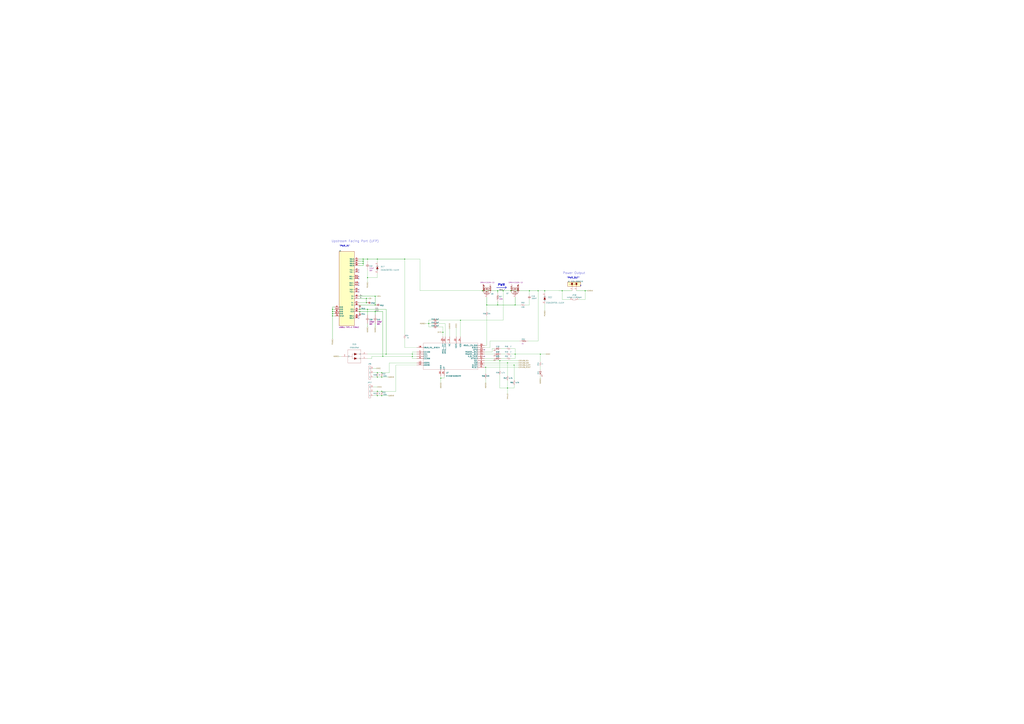
<source format=kicad_sch>
(kicad_sch (version 20211123) (generator eeschema)
  (paper "A0")
  (junction (at 425.45 351.79))
  (junction (at 443.23 459.74))
  (junction (at 652.78 337.82))
  (junction (at 497.84 375.92))
  (junction (at 386.08 361.95))
  (junction (at 435.61 361.95))
  (junction (at 417.83 361.95))
  (junction (at 577.85 354.33))
  (junction (at 478.79 414.02))
  (junction (at 435.61 354.33))
  (junction (at 426.72 322.58))
  (junction (at 386.08 359.41))
  (junction (at 421.64 303.53))
  (junction (at 614.68 337.82))
  (junction (at 426.72 359.41))
  (junction (at 577.85 337.82))
  (junction (at 438.15 459.74))
  (junction (at 438.15 438.15))
  (junction (at 534.67 372.11))
  (junction (at 589.28 450.85))
  (junction (at 421.64 300.99))
  (junction (at 593.09 337.82))
  (junction (at 514.35 386.08))
  (junction (at 580.39 419.1))
  (junction (at 438.15 454.66))
  (junction (at 386.08 367.03))
  (junction (at 478.79 411.48))
  (junction (at 624.84 337.82))
  (junction (at 425.45 346.71))
  (junction (at 565.15 354.33))
  (junction (at 560.07 337.82))
  (junction (at 596.9 424.18))
  (junction (at 448.31 411.48))
  (junction (at 679.45 337.82))
  (junction (at 469.9 300.99))
  (junction (at 632.46 337.82))
  (junction (at 421.64 306.07))
  (junction (at 443.23 438.15))
  (junction (at 443.23 433.07))
  (junction (at 511.81 439.42))
  (junction (at 438.15 300.99))
  (junction (at 589.28 421.64))
  (junction (at 386.08 364.49))
  (junction (at 417.83 359.41))
  (junction (at 426.72 300.99))
  (junction (at 443.23 454.66))
  (junction (at 598.17 411.48))
  (junction (at 444.5 414.02))
  (junction (at 584.2 337.82))
  (junction (at 563.88 426.72))
  (junction (at 438.15 433.07))
  (junction (at 627.38 411.48))
  (junction (at 435.61 344.17))
  (junction (at 598.17 354.33))
  (no_connect (at 416.56 369.57))
  (no_connect (at 416.56 316.23))
  (no_connect (at 562.61 406.4))
  (no_connect (at 562.61 414.02))
  (no_connect (at 416.56 323.85))
  (no_connect (at 416.56 331.47))
  (no_connect (at 416.56 313.69))
  (no_connect (at 416.56 328.93))
  (no_connect (at 416.56 339.09))
  (no_connect (at 416.56 321.31))
  (no_connect (at 416.56 336.55))
  (no_connect (at 416.56 367.03))
  (wire (pts (xy 502.92 379.73) (xy 497.84 379.73)))
  (wire (pts (xy 443.23 454.66) (xy 438.15 454.66)))
  (wire (pts (xy 421.64 300.99) (xy 426.72 300.99)) (stroke (width 0.254)))
  (wire (pts (xy 469.9 300.99) (xy 487.68 300.99)))
  (wire (pts (xy 593.09 337.82) (xy 601.98 337.82)) (stroke (width 0.254)))
  (wire (pts (xy 483.87 416.56) (xy 478.79 416.56)))
  (wire (pts (xy 416.56 306.07) (xy 421.64 306.07)) (stroke (width 0.254)))
  (wire (pts (xy 589.28 450.85) (xy 596.9 450.85)))
  (wire (pts (xy 497.84 375.92) (xy 502.92 375.92)))
  (wire (pts (xy 652.78 337.82) (xy 664.21 337.82)) (stroke (width 0.254)))
  (wire (pts (xy 596.9 450.85) (xy 596.9 447.04)))
  (wire (pts (xy 652.78 347.98) (xy 652.78 337.82)))
  (wire (pts (xy 444.5 361.95) (xy 435.61 361.95)) (stroke (width 0.254)))
  (wire (pts (xy 433.07 459.74) (xy 438.15 459.74)))
  (wire (pts (xy 497.84 372.11) (xy 497.84 375.92)))
  (wire (pts (xy 438.15 300.99) (xy 438.15 304.8)))
  (wire (pts (xy 580.39 450.85) (xy 589.28 450.85)))
  (wire (pts (xy 426.72 359.41) (xy 448.31 359.41)) (stroke (width 0.254)))
  (wire (pts (xy 581.66 411.48) (xy 588.01 411.48)))
  (wire (pts (xy 562.61 403.86) (xy 568.96 403.86)))
  (wire (pts (xy 614.68 337.82) (xy 614.68 342.9)))
  (wire (pts (xy 598.17 411.48) (xy 627.38 411.48)))
  (wire (pts (xy 438.15 300.99) (xy 469.9 300.99)) (stroke (width 0.254)))
  (wire (pts (xy 435.61 361.95) (xy 417.83 361.95)) (stroke (width 0.254)))
  (wire (pts (xy 584.2 337.82) (xy 584.2 372.11)))
  (wire (pts (xy 581.66 405.13) (xy 588.01 405.13)))
  (wire (pts (xy 511.81 436.88) (xy 511.81 439.42)))
  (wire (pts (xy 443.23 433.07) (xy 452.12 433.07)))
  (wire (pts (xy 417.83 361.95) (xy 416.56 361.95)) (stroke (width 0.254)))
  (wire (pts (xy 562.61 416.56) (xy 574.04 416.56)))
  (wire (pts (xy 435.61 354.33) (xy 435.61 344.17)) (stroke (width 0.254)))
  (wire (pts (xy 598.17 354.33) (xy 604.52 354.33)))
  (wire (pts (xy 580.39 435.61) (xy 580.39 450.85)))
  (wire (pts (xy 679.45 347.98) (xy 679.45 337.82)))
  (wire (pts (xy 627.38 411.48) (xy 633.73 411.48)))
  (polyline (pts (xy 588.01 334.01) (xy 586.74 332.74)) (stroke (width 0.254) (type solid)))
  (wire (pts (xy 431.8 414.02) (xy 444.5 414.02)))
  (wire (pts (xy 452.12 421.64) (xy 483.87 421.64)))
  (wire (pts (xy 497.84 379.73) (xy 497.84 375.92)))
  (wire (pts (xy 425.45 346.71) (xy 427.99 346.71)))
  (wire (pts (xy 511.81 439.42) (xy 515.62 439.42)))
  (wire (pts (xy 421.64 300.99) (xy 416.56 300.99)) (stroke (width 0.254)))
  (wire (pts (xy 613.41 396.24) (xy 624.84 396.24)))
  (wire (pts (xy 416.56 359.41) (xy 417.83 359.41)) (stroke (width 0.254)))
  (wire (pts (xy 563.88 426.72) (xy 601.98 426.72)))
  (wire (pts (xy 435.61 344.17) (xy 438.15 344.17)))
  (wire (pts (xy 589.28 421.64) (xy 601.98 421.64)))
  (wire (pts (xy 452.12 433.07) (xy 452.12 421.64)))
  (wire (pts (xy 433.07 427.99) (xy 436.88 427.99)))
  (wire (pts (xy 632.46 337.82) (xy 632.46 340.36)))
  (wire (pts (xy 563.88 439.42) (xy 563.88 444.5)))
  (wire (pts (xy 483.87 414.02) (xy 478.79 414.02)))
  (wire (pts (xy 624.84 396.24) (xy 624.84 337.82)))
  (wire (pts (xy 514.35 379.73) (xy 508 379.73)))
  (wire (pts (xy 577.85 354.33) (xy 598.17 354.33)) (stroke (width 0.254)))
  (wire (pts (xy 593.09 411.48) (xy 598.17 411.48)))
  (wire (pts (xy 571.5 408.94) (xy 571.5 405.13)))
  (wire (pts (xy 478.79 416.56) (xy 478.79 414.02)))
  (polyline (pts (xy 576.58 334.01) (xy 588.01 334.01)) (stroke (width 0.254) (type solid)))
  (wire (pts (xy 438.15 317.5) (xy 438.15 322.58)))
  (wire (pts (xy 443.23 459.74) (xy 450.85 459.74)))
  (wire (pts (xy 562.61 411.48) (xy 574.04 411.48)))
  (wire (pts (xy 571.5 405.13) (xy 574.04 405.13)))
  (wire (pts (xy 386.08 356.87) (xy 386.08 359.41)) (stroke (width 0.254)))
  (wire (pts (xy 562.61 424.18) (xy 596.9 424.18)))
  (wire (pts (xy 514.35 379.73) (xy 514.35 386.08)))
  (wire (pts (xy 577.85 337.82) (xy 584.2 337.82)) (stroke (width 0.254)))
  (wire (pts (xy 593.09 405.13) (xy 598.17 405.13)))
  (wire (pts (xy 431.8 416.56) (xy 431.8 414.02)))
  (wire (pts (xy 596.9 424.18) (xy 601.98 424.18)))
  (wire (pts (xy 632.46 337.82) (xy 648.97 337.82)))
  (wire (pts (xy 469.9 393.7) (xy 469.9 403.86)))
  (wire (pts (xy 593.09 416.56) (xy 598.17 416.56)))
  (wire (pts (xy 565.15 345.44) (xy 565.15 354.33)) (stroke (width 0.254)))
  (wire (pts (xy 516.89 375.92) (xy 508 375.92)))
  (wire (pts (xy 426.72 416.56) (xy 431.8 416.56)))
  (wire (pts (xy 511.81 439.42) (xy 511.81 444.5)))
  (wire (pts (xy 487.68 300.99) (xy 487.68 337.82)))
  (wire (pts (xy 516.89 391.16) (xy 516.89 375.92)))
  (wire (pts (xy 448.31 411.48) (xy 478.79 411.48)))
  (wire (pts (xy 562.61 408.94) (xy 571.5 408.94)))
  (wire (pts (xy 433.07 433.07) (xy 438.15 433.07)))
  (wire (pts (xy 661.67 347.98) (xy 652.78 347.98)))
  (polyline (pts (xy 588.01 334.01) (xy 586.74 332.74)) (stroke (width 0.254) (type solid)))
  (wire (pts (xy 444.5 361.95) (xy 444.5 414.02)) (stroke (width 0.254)))
  (wire (pts (xy 435.61 344.17) (xy 416.56 344.17)) (stroke (width 0.254)))
  (wire (pts (xy 502.92 372.11) (xy 497.84 372.11)))
  (wire (pts (xy 393.7 414.02) (xy 396.24 414.02)))
  (wire (pts (xy 426.72 365.76) (xy 426.72 359.41)) (stroke (width 0.254)))
  (wire (pts (xy 433.07 438.15) (xy 438.15 438.15)))
  (polyline (pts (xy 588.01 334.01) (xy 586.74 335.28)) (stroke (width 0.254) (type solid)))
  (wire (pts (xy 614.68 354.33) (xy 614.68 347.98)))
  (wire (pts (xy 565.15 354.33) (xy 565.15 361.95)))
  (wire (pts (xy 426.72 379.73) (xy 426.72 375.92)) (stroke (width 0.254)))
  (wire (pts (xy 478.79 411.48) (xy 483.87 411.48)))
  (wire (pts (xy 443.23 438.15) (xy 450.85 438.15)))
  (wire (pts (xy 416.56 354.33) (xy 435.61 354.33)) (stroke (width 0.254)))
  (wire (pts (xy 563.88 426.72) (xy 563.88 434.34)))
  (wire (pts (xy 648.97 337.82) (xy 652.78 337.82)) (stroke (width 0.254)))
  (wire (pts (xy 570.23 337.82) (xy 577.85 337.82)) (stroke (width 0.254)))
  (wire (pts (xy 609.6 354.33) (xy 614.68 354.33)))
  (wire (pts (xy 598.17 416.56) (xy 598.17 411.48)))
  (wire (pts (xy 598.17 345.44) (xy 598.17 354.33)) (stroke (width 0.254)))
  (wire (pts (xy 386.08 361.95) (xy 386.08 364.49)) (stroke (width 0.254)))
  (wire (pts (xy 584.2 372.11) (xy 534.67 372.11)))
  (wire (pts (xy 386.08 367.03) (xy 388.62 367.03)))
  (wire (pts (xy 627.38 411.48) (xy 627.38 420.37)))
  (wire (pts (xy 388.62 356.87) (xy 386.08 356.87)) (stroke (width 0.254)))
  (wire (pts (xy 624.84 337.82) (xy 632.46 337.82)))
  (wire (pts (xy 421.64 303.53) (xy 421.64 300.99)) (stroke (width 0.254)))
  (wire (pts (xy 577.85 340.36) (xy 577.85 337.82)) (stroke (width 0.254)))
  (wire (pts (xy 438.15 433.07) (xy 443.23 433.07)))
  (wire (pts (xy 614.68 337.82) (xy 624.84 337.82)) (stroke (width 0.254)))
  (wire (pts (xy 514.35 386.08) (xy 514.35 391.16)))
  (wire (pts (xy 386.08 367.03) (xy 386.08 393.7)) (stroke (width 0.254)))
  (wire (pts (xy 562.61 426.72) (xy 563.88 426.72)))
  (wire (pts (xy 627.38 436.88) (xy 627.38 439.42)))
  (wire (pts (xy 388.62 359.41) (xy 386.08 359.41)) (stroke (width 0.254)))
  (wire (pts (xy 534.67 372.11) (xy 508 372.11)))
  (wire (pts (xy 560.07 337.82) (xy 568.96 337.82)) (stroke (width 0.254)))
  (wire (pts (xy 417.83 359.41) (xy 426.72 359.41)) (stroke (width 0.254)))
  (wire (pts (xy 426.72 327.66) (xy 426.72 322.58)))
  (wire (pts (xy 565.15 354.33) (xy 577.85 354.33)) (stroke (width 0.254)))
  (wire (pts (xy 433.07 454.66) (xy 438.15 454.66)))
  (wire (pts (xy 416.56 308.61) (xy 421.64 308.61)) (stroke (width 0.254)))
  (wire (pts (xy 515.62 439.42) (xy 515.62 436.88)))
  (wire (pts (xy 426.72 300.99) (xy 438.15 300.99)) (stroke (width 0.254)))
  (polyline (pts (xy 576.58 334.01) (xy 588.01 334.01)) (stroke (width 0.254) (type solid)))
  (wire (pts (xy 459.74 454.66) (xy 443.23 454.66)))
  (wire (pts (xy 483.87 408.94) (xy 478.79 408.94)))
  (wire (pts (xy 388.62 361.95) (xy 386.08 361.95)) (stroke (width 0.254)))
  (wire (pts (xy 568.96 396.24) (xy 603.25 396.24)))
  (wire (pts (xy 581.66 416.56) (xy 588.01 416.56)))
  (wire (pts (xy 478.79 408.94) (xy 478.79 411.48)))
  (wire (pts (xy 534.67 372.11) (xy 534.67 391.16)))
  (wire (pts (xy 421.64 306.07) (xy 421.64 303.53)) (stroke (width 0.254)))
  (wire (pts (xy 589.28 450.85) (xy 589.28 457.2)))
  (wire (pts (xy 444.5 414.02) (xy 478.79 414.02)))
  (wire (pts (xy 426.72 303.53) (xy 426.72 300.99)))
  (wire (pts (xy 459.74 454.66) (xy 459.74 424.18)))
  (wire (pts (xy 469.9 403.86) (xy 483.87 403.86)))
  (wire (pts (xy 513.08 386.08) (xy 514.35 386.08)))
  (wire (pts (xy 438.15 438.15) (xy 443.23 438.15)))
  (wire (pts (xy 580.39 430.53) (xy 580.39 419.1)))
  (wire (pts (xy 589.28 421.64) (xy 589.28 436.88)))
  (wire (pts (xy 388.62 364.49) (xy 386.08 364.49)) (stroke (width 0.254)))
  (wire (pts (xy 568.96 403.86) (xy 568.96 396.24)))
  (wire (pts (xy 603.25 337.82) (xy 614.68 337.82)) (stroke (width 0.254)))
  (wire (pts (xy 435.61 365.76) (xy 435.61 361.95)) (stroke (width 0.254)))
  (wire (pts (xy 426.72 411.48) (xy 448.31 411.48)))
  (wire (pts (xy 386.08 359.41) (xy 386.08 361.95)) (stroke (width 0.254)))
  (polyline (pts (xy 588.01 334.01) (xy 586.74 335.28)) (stroke (width 0.254) (type solid)))
  (wire (pts (xy 494.03 375.92) (xy 497.84 375.92)))
  (wire (pts (xy 529.59 381) (xy 529.59 391.16)))
  (wire (pts (xy 589.28 450.85) (xy 589.28 441.96)))
  (wire (pts (xy 565.15 401.32) (xy 565.15 367.03)))
  (wire (pts (xy 596.9 424.18) (xy 596.9 441.96)))
  (wire (pts (xy 416.56 303.53) (xy 421.64 303.53)) (stroke (width 0.254)))
  (wire (pts (xy 438.15 459.74) (xy 443.23 459.74)))
  (wire (pts (xy 425.45 351.79) (xy 425.45 346.71)) (stroke (width 0.254)))
  (wire (pts (xy 598.17 405.13) (xy 598.17 411.48)))
  (wire (pts (xy 562.61 401.32) (xy 565.15 401.32)))
  (wire (pts (xy 521.97 382.27) (xy 521.97 391.16)))
  (wire (pts (xy 435.61 379.73) (xy 435.61 375.92)) (stroke (width 0.254)))
  (wire (pts (xy 679.45 337.82) (xy 681.99 337.82)) (stroke (width 0.254)))
  (wire (pts (xy 448.31 359.41) (xy 448.31 411.48)) (stroke (width 0.254)))
  (wire (pts (xy 459.74 424.18) (xy 483.87 424.18)))
  (wire (pts (xy 627.38 425.45) (xy 627.38 429.26)))
  (wire (pts (xy 386.08 364.49) (xy 386.08 367.03)) (stroke (width 0.254)))
  (wire (pts (xy 577.85 350.52) (xy 577.85 354.33)) (stroke (width 0.254)))
  (wire (pts (xy 425.45 346.71) (xy 416.56 346.71)) (stroke (width 0.254)))
  (wire (pts (xy 584.2 337.82) (xy 593.09 337.82)) (stroke (width 0.254)))
  (wire (pts (xy 669.29 337.82) (xy 679.45 337.82)) (stroke (width 0.254)))
  (wire (pts (xy 416.56 351.79) (xy 425.45 351.79)) (stroke (width 0.254)))
  (wire (pts (xy 671.83 347.98) (xy 679.45 347.98)))
  (wire (pts (xy 580.39 419.1) (xy 601.98 419.1)))
  (wire (pts (xy 421.64 308.61) (xy 421.64 306.07)) (stroke (width 0.254)))
  (wire (pts (xy 562.61 419.1) (xy 580.39 419.1)))
  (wire (pts (xy 438.15 449.58) (xy 433.07 449.58)))
  (wire (pts (xy 632.46 353.06) (xy 632.46 360.68)))
  (wire (pts (xy 469.9 300.99) (xy 469.9 388.62)))
  (wire (pts (xy 562.61 421.64) (xy 589.28 421.64)))
  (wire (pts (xy 487.68 337.82) (xy 560.07 337.82)))
  (wire (pts (xy 438.15 322.58) (xy 426.72 322.58)))
  (wire (pts (xy 426.72 322.58) (xy 426.72 313.69)))
  (text "+" (at 675.64 332.74 180) (effects (font (size 1.778 1.778) bold) (justify right bottom)))
  (text "\"PWR_IN\"" (at 393.7 286.8422 180) (effects (font (size 1.778 1.778) bold) (justify left bottom)))
  (text "\"PWR_OUT\"" (at 673.1 323.85 180) (effects (font (size 1.778 1.778) bold) (justify right bottom)))
  (text "PWR" (at 577.85 332.5622 180) (effects (font (size 2.54 2.54) bold) (justify left bottom)))
  (text "Power Output" (at 679.45 318.77 180) (effects (font (size 2.54 2.54)) (justify right bottom)))
  (text "Upstream Facing Port (UFP)" (at 384.81 281.7622 180) (effects (font (size 2.54 2.54)) (justify left bottom)))
  (label "CC1" (at 435.61 359.41 0))
  (label "VBUS_F" (at 579.12 337.82 0))
  (label "D+" (at 417.83 344.17 0))
  (label "D-" (at 417.83 346.71 0))
  (label "CC2" (at 435.61 361.95 0))
  (hierarchical_label "Vmcu" (shape input) (at 589.28 457.2 270))
  (hierarchical_label "STUSB_ALERT" (shape input) (at 601.98 424.18 0))
  (hierarchical_label "VCC" (shape input) (at 633.73 411.48 0))
  (hierarchical_label "PGND" (shape input) (at 632.46 360.68 270))
  (hierarchical_label "AGND" (shape input) (at 511.81 444.5 270))
  (hierarchical_label "STUSB_SCL" (shape input) (at 601.98 419.1 0))
  (hierarchical_label "VCC" (shape input) (at 436.88 427.99 0))
  (hierarchical_label "AGND" (shape input) (at 627.38 439.42 270))
  (hierarchical_label "STUSB_RESET" (shape input) (at 601.98 426.72 0))
  (hierarchical_label "AGND" (shape input) (at 450.85 459.74 0))
  (hierarchical_label "AGND" (shape input) (at 521.97 382.27 90))
  (hierarchical_label "AGND" (shape input) (at 563.88 444.5 270))
  (hierarchical_label "2V7" (shape input) (at 513.08 386.08 180))
  (hierarchical_label "AGND" (shape input) (at 426.72 379.73 270))
  (hierarchical_label "VCC" (shape input) (at 529.59 381 90))
  (hierarchical_label "AGND" (shape input) (at 435.61 379.73 270))
  (hierarchical_label "VCC" (shape input) (at 438.15 449.58 0))
  (hierarchical_label "AGND" (shape input) (at 494.03 375.92 180))
  (hierarchical_label "PGND" (shape input) (at 386.08 393.7 270))
  (hierarchical_label "AGND" (shape input) (at 393.7 414.02 180))
  (hierarchical_label "D-" (shape input) (at 427.99 346.71 0))
  (hierarchical_label "VSNK" (shape input) (at 681.99 337.82 0))
  (hierarchical_label "STUSB_SDA" (shape input) (at 601.98 421.64 0))
  (hierarchical_label "D+" (shape input) (at 438.15 344.17 0))
  (hierarchical_label "PGND" (shape input) (at 426.72 327.66 270))
  (hierarchical_label "AGND" (shape input) (at 450.85 438.15 0))
  (symbol (lib_id "Top-altium-import:0_mirrored_USBC_Receptacle_SMD_RA") (at 411.48 292.1 0) (unit 1)
    (property "Reference" "J4" (at 393.7 292.1 0) (effects (justify left bottom)))
    (property "Value" "USBC_Receptacle_SMD_RA" (effects hide))
    (property "Footprint" "AltiumImports:CON_USB3.1-C_RCPT_SMD_RA_ACP_12401610E4#2A" (effects hide))
    (property "MCHP-ID" "CON1809" (effects hide))
    (property "ALTIUM_VALUE" "USB3.1 TYPE-C FEMALE" (at 393.7 381 0) (effects (justify left bottom)))
    (property "REVISION" "1" (effects hide))
    (property "SYMBOL" "USBC_Receptacle_SMD_RA" (effects hide))
    (property "DESCRIPTION_" "CON USB3.1 TID TYPE-C Female SMD R/A" (effects hide))
    (property "STATUS" "MCL Design" (effects hide))
    (property "DEV TOOLS STATUS" "Production" (effects hide))
    (property "COMPONENTLINK1URL" "https://chn-vm-apps.microchip.com/mchprepo/parts/Datasheets/USBC-Receptacle-SMT-RA-Amphenol" (effects hide))
    (property "COMPONENTLINK1DESCRIPTION" "SVN Datasheet" (effects hide))
    (property "COMPONENTLINK2URL" "C~{:}ALTIUM_WOR~{K}00001_MCHP-CD~{B}Datasheet~{s}USBC-Receptacle-SMT-RA-Amphenol" (effects hide))
    (property "COMPONENTLINK2DESCRIPTION" "Local Datasheet" (effects hide))
    (property "COMPONENTLINK3URL" "C~{:}ALTIUM_WOR~{K}00001_MCHP-CD~{B}Librar~{y}LibraryRef~{s}USBC_Receptacle_SMD_RA.SchLib" (effects hide))
    (property "COMPONENTLINK3DESCRIPTION" "Open Symbol" (effects hide))
    (property "COMPONENTLINK4URL" "C~{:}ALTIUM_WOR~{K}00001_MCHP-CD~{B}Librar~{y}Footprint~{s}CON_USB3.1-C_RCPT_SMD_RA_ACP_12401610E4#2A.PcbLib" (effects hide))
    (property "COMPONENTLINK4DESCRIPTION" "Open Footprint" (effects hide))
    (property "COMPONENTLINK5DESCRIPTION" "Open Footprint 2" (effects hide))
    (property "COMPONENTLINK6DESCRIPTION" "Open Footprint 3" (effects hide))
    (property "COMPONENTLINK7DESCRIPTION" "Open Footprint 4" (effects hide))
    (property "TYPE" "USB" (effects hide))
    (property "CATEGORY" "Connector" (effects hide))
    (property "OWNER" "Jennifer Hancock" (effects hide))
    (property "CURRENT" "5A" (effects hide))
    (property "MANUFACTURER 1" "Amphenol Commercial Products" (effects hide))
    (property "MANUFACTURER PART NUMBER 1" "12401610E4#2A" (effects hide))
    (property "SUPPLIER 1" "Digi-Key" (effects hide))
    (property "SUPPLIER PART NUMBER 1" "12401610E4#2ACT-ND" (effects hide))
    (property "CUSTOM PARAMETERS" "TID=5200000514,UNG=Approved" (effects hide))
    (property "POPULATED" "YES" (effects hide))
    (property "QUANTITY OVERRIDE" "1" (effects hide))
  )
  (symbol (lib_id "Device:LED") (at 577.85 416.56 0) (unit 1)
    (property "Reference" "D20" (at 577.85 414.02 0))
    (property "Value" "LED" (effects hide))
  )
  (symbol (lib_id "Device:C_Small") (at 505.46 379.73 90) (unit 1)
    (property "Reference" "C45" (at 502.92 378.46 90))
    (property "Value" "1uF" (at 508 378.46 90))
  )
  (symbol (lib_id "Device:R_Small_US") (at 469.9 391.16 0) (unit 1)
    (property "Reference" "R34" (at 472.44 389.89 0))
    (property "Value" "1k" (at 473.71 392.43 0))
  )
  (symbol (lib_id "Device:R_Small_US") (at 607.06 354.33 90) (unit 1)
    (property "Reference" "R53" (at 607.06 351.79 90))
    (property "Value" "100" (at 607.06 356.87 90))
  )
  (symbol (lib_id "Device:R_Small_US") (at 438.15 457.2 0) (unit 1)
    (property "Reference" "R31" (at 435.61 457.2 0))
    (property "Value" "0" (at 440.69 457.2 0))
  )
  (symbol (lib_id "Device:R_Small_US") (at 590.55 416.56 90) (unit 1)
    (property "Reference" "R50" (at 588.01 414.02 90))
    (property "Value" "?" (at 593.09 414.02 90))
  )
  (symbol (lib_id "Device:C_Small") (at 614.68 345.44 0) (unit 1)
    (property "Reference" "C46" (at 617.22 344.1762 0) (effects (justify left)))
    (property "Value" "100nF" (at 617.22 346.7162 0) (effects (justify left)))
  )
  (symbol (lib_id "Top-altium-import:1_SI4477DY-T1-GE3") (at 593.09 345.44 0) (unit 1)
    (property "Reference" "Q7" (at 588.01 341.63 0) (effects (justify left bottom)))
    (property "Value" "SI4477DY-T1-GE3" (effects hide))
    (property "Footprint" "AltiumImports:_ALTIUM_WORK_00001_MCHP-CDB_Library_Database_.._Footprints_SOIC-8.PcbLib_SOIC-8" (effects hide))
    (property "MCHP-ID" "TRA1254" (effects hide))
    (property "ALTIUM_VALUE" "DMG4413LSS-13" (at 590.55 328.93 0) (effects (justify left bottom)))
    (property "REVISION" "A" (effects hide))
    (property "SYMBOL" "Transistor MOS-P SSSGDDDD" (effects hide))
    (property "DESCRIPTION_" "TRANS FET P-CH DMG4413LSS-13 30V 10.5A 0.0075R 1.7W SOIC-8" (effects hide))
    (property "STATUS" "MCL Design" (effects hide))
    (property "DEV TOOLS STATUS" "Design" (effects hide))
    (property "PACKAGE" "SOIC-8" (effects hide))
    (property "COMPONENTLINK1URL" "https://chn-vm-apps.microchip.com/mchprepo/parts/Datasheets/ds31754.pdf" (effects hide))
    (property "COMPONENTLINK1DESCRIPTION" "SVN Datasheet" (effects hide))
    (property "COMPONENTLINK2URL" "C~{:}ALTIUM_WOR~{K}00001_MCHP-CD~{B}Datasheet~{s}ds31754.pdf" (effects hide))
    (property "COMPONENTLINK2DESCRIPTION" "Local Datasheet" (effects hide))
    (property "COMPONENTLINK3URL" "C~{:}ALTIUM_WOR~{K}00001_MCHP-CD~{B}Librar~{y}LibraryRef~{s}Transistor MOS-P SSSGDDDD.SchLib" (effects hide))
    (property "COMPONENTLINK3DESCRIPTION" "Open Symbol" (effects hide))
    (property "COMPONENTLINK4URL" "C~{:}ALTIUM_WOR~{K}00001_MCHP-CD~{B}Librar~{y}Footprint~{s}SOIC-8.PcbLib" (effects hide))
    (property "COMPONENTLINK4DESCRIPTION" "Open Footprint" (effects hide))
    (property "COMPONENTLINK5DESCRIPTION" "Open Footprint 2" (effects hide))
    (property "COMPONENTLINK6DESCRIPTION" "Open Footprint 3" (effects hide))
    (property "COMPONENTLINK7DESCRIPTION" "Open Footprint 4" (effects hide))
    (property "OPERATING TEMPERATURE" "-55°C ~ 150°C" (effects hide))
    (property "CATEGORY" "Transistor" (effects hide))
    (property "TYPE" "FET" (effects hide))
    (property "CURRENT" "10.5A" (effects hide))
    (property "DRAIN TO SOURCE VOLTAGE" "30V" (effects hide))
    (property "GATE TO SOURCE VOLTAGE" "2.1V" (effects hide))
    (property "POWER" "1.7W" (effects hide))
    (property "VOLTAGE" "30V" (effects hide))
    (property "OWNER" "Sam Charles" (effects hide))
    (property "MANUFACTURER 1" "Diodes Incorporated" (effects hide))
    (property "MANUFACTURER PART NUMBER 1" "DMG4413LSS-13" (effects hide))
    (property "SUPPLIER 1" "Future Electronics" (effects hide))
    (property "SUPPLIER PART NUMBER 1" "9101814" (effects hide))
    (property "POPULATED" "YES" (effects hide))
    (property "QUANTITY OVERRIDE" "1" (effects hide))
  )
  (symbol (lib_id "Top-altium-import:1_mirrored_SI4477DY-T1-GE3") (at 570.23 345.44 0) (unit 1)
    (property "Reference" "Q6" (at 570.23 342.138 0) (effects (justify left bottom)))
    (property "Value" "SI4477DY-T1-GE3" (effects hide))
    (property "Footprint" "AltiumImports:_ALTIUM_WORK_00001_MCHP-CDB_Library_Database_.._Footprints_SOIC-8.PcbLib_SOIC-8" (effects hide))
    (property "MCHP-ID" "TRA1254" (effects hide))
    (property "ALTIUM_VALUE" "DMG4413LSS-13" (at 557.53 328.93 0) (effects (justify left bottom)))
    (property "REVISION" "A" (effects hide))
    (property "SYMBOL" "Transistor MOS-P SSSGDDDD" (effects hide))
    (property "DESCRIPTION_" "TRANS FET P-CH DMG4413LSS-13 30V 10.5A 0.0075R 1.7W SOIC-8" (effects hide))
    (property "STATUS" "MCL Design" (effects hide))
    (property "DEV TOOLS STATUS" "Design" (effects hide))
    (property "PACKAGE" "SOIC-8" (effects hide))
    (property "COMPONENTLINK1URL" "https://chn-vm-apps.microchip.com/mchprepo/parts/Datasheets/ds31754.pdf" (effects hide))
    (property "COMPONENTLINK1DESCRIPTION" "SVN Datasheet" (effects hide))
    (property "COMPONENTLINK2URL" "C~{:}ALTIUM_WOR~{K}00001_MCHP-CD~{B}Datasheet~{s}ds31754.pdf" (effects hide))
    (property "COMPONENTLINK2DESCRIPTION" "Local Datasheet" (effects hide))
    (property "COMPONENTLINK3URL" "C~{:}ALTIUM_WOR~{K}00001_MCHP-CD~{B}Librar~{y}LibraryRef~{s}Transistor MOS-P SSSGDDDD.SchLib" (effects hide))
    (property "COMPONENTLINK3DESCRIPTION" "Open Symbol" (effects hide))
    (property "COMPONENTLINK4URL" "C~{:}ALTIUM_WOR~{K}00001_MCHP-CD~{B}Librar~{y}Footprint~{s}SOIC-8.PcbLib" (effects hide))
    (property "COMPONENTLINK4DESCRIPTION" "Open Footprint" (effects hide))
    (property "COMPONENTLINK5DESCRIPTION" "Open Footprint 2" (effects hide))
    (property "COMPONENTLINK6DESCRIPTION" "Open Footprint 3" (effects hide))
    (property "COMPONENTLINK7DESCRIPTION" "Open Footprint 4" (effects hide))
    (property "OPERATING TEMPERATURE" "-55°C ~ 150°C" (effects hide))
    (property "CATEGORY" "Transistor" (effects hide))
    (property "TYPE" "FET" (effects hide))
    (property "CURRENT" "10.5A" (effects hide))
    (property "DRAIN TO SOURCE VOLTAGE" "30V" (effects hide))
    (property "GATE TO SOURCE VOLTAGE" "2.1V" (effects hide))
    (property "POWER" "1.7W" (effects hide))
    (property "VOLTAGE" "30V" (effects hide))
    (property "OWNER" "Sam Charles" (effects hide))
    (property "MANUFACTURER 1" "Diodes Incorporated" (effects hide))
    (property "MANUFACTURER PART NUMBER 1" "DMG4413LSS-13" (effects hide))
    (property "SUPPLIER 1" "Future Electronics" (effects hide))
    (property "SUPPLIER PART NUMBER 1" "9101814" (effects hide))
    (property "POPULATED" "YES" (effects hide))
    (property "QUANTITY OVERRIDE" "1" (effects hide))
  )
  (symbol (lib_id "custom_connectors:3-pad-selection") (at 429.26 433.07 180) (unit 1) (in_bom no)
    (property "Reference" "JP8" (at 429.26 422.91 0))
    (property "Value" "3-pad-selection" (effects hide))
  )
  (symbol (lib_id "Jumper:Jumper_2_Bridged") (at 666.75 347.98 180) (unit 1)
    (property "Reference" "JP18" (at 666.75 342.9 0))
    (property "Value" "Jumper_2_Bridged" (at 666.75 345.44 0))
  )
  (symbol (lib_id "Device:R_Small_US") (at 443.23 457.2 0) (unit 1)
    (property "Reference" "R33" (at 445.77 455.93 0))
    (property "Value" "100k" (at 447.04 458.47 0))
  )
  (symbol (lib_id "Device:R_Small_US") (at 589.28 439.42 180) (unit 1)
    (property "Reference" "R47" (at 586.74 439.42 0))
    (property "Value" "4.7k" (at 593.09 439.42 0))
  )
  (symbol (lib_id "Top-altium-import:1_Resistor") (at 577.85 350.52 0) (unit 1)
    (property "Reference" "R37" (at 579.12 345.567 0) (effects (justify left bottom)))
    (property "Value" "Resistor" (effects hide))
    (property "Footprint" "AltiumImports:_ALTIUM_WORK_00001_MCHP-CDB_Library_Database_.._Footprints_RES_C_0402.PcbLib_RES_C_0402" (effects hide))
    (property "MCHP-ID" "RES1011" (effects hide))
    (property "ALTIUM_VALUE" "100k" (at 579.12 348.107 0) (effects (justify left bottom)))
    (property "PACKAGE" "0402" (effects hide))
    (property "TOLERANCE" "1%" (effects hide))
    (property "REVISION" "1" (effects hide))
    (property "SYMBOL" "Resistor" (effects hide))
    (property "DESCRIPTION_" "RES TKF 100k 1% 1/10W SMD 0402" (effects hide))
    (property "STATUS" "MCL Design" (effects hide))
    (property "DEV TOOLS STATUS" "Production" (effects hide))
    (property "COMPONENTLINK1URL" "https://chn-vm-apps.microchip.com/mchprepo/parts/Datasheets/AOA0000CE2.pdf" (effects hide))
    (property "COMPONENTLINK1DESCRIPTION" "SVN Datasheet" (effects hide))
    (property "COMPONENTLINK2URL" "C~{:}ALTIUM_WOR~{K}00001_MCHP-CD~{B}Datasheet~{s}AOA0000CE2.pdf" (effects hide))
    (property "COMPONENTLINK2DESCRIPTION" "Local Datasheet" (effects hide))
    (property "COMPONENTLINK3URL" "C~{:}ALTIUM_WOR~{K}00001_MCHP-CD~{B}Librar~{y}LibraryRef~{s}Resistor.SchLib" (effects hide))
    (property "COMPONENTLINK3DESCRIPTION" "Open Symbol" (effects hide))
    (property "COMPONENTLINK4URL" "C~{:}ALTIUM_WOR~{K}00001_MCHP-CD~{B}Librar~{y}Footprint~{s}RES_C_0402.PcbLib" (effects hide))
    (property "COMPONENTLINK4DESCRIPTION" "Open Footprint" (effects hide))
    (property "COMPONENTLINK5DESCRIPTION" "Open Footprint 2" (effects hide))
    (property "COMPONENTLINK6DESCRIPTION" "Open Footprint 3" (effects hide))
    (property "COMPONENTLINK7DESCRIPTION" "Open Footprint 4" (effects hide))
    (property "OPERATING TEMPERATURE" "-55C to +125C" (effects hide))
    (property "CATEGORY" "Resistor" (effects hide))
    (property "TYPE" "RES SMD" (effects hide))
    (property "VOLTAGE" "50V" (effects hide))
    (property "TEMPERATURE COEFFCIENT" "100ppm/C" (effects hide))
    (property "COMPOSITION" "TKF" (effects hide))
    (property "POWER" "1/10W" (effects hide))
    (property "OWNER" "Tad Ahlvers" (effects hide))
    (property "MANUFACTURER 1" "Panasonic" (effects hide))
    (property "MANUFACTURER PART NUMBER 1" "ERJ-2RKF1003X" (effects hide))
    (property "SUPPLIER 1" "Digi-Key" (effects hide))
    (property "SUPPLIER PART NUMBER 1" "P100KLCT-ND" (effects hide))
    (property "POPULATED" "YES" (effects hide))
    (property "QUANTITY OVERRIDE" "1" (effects hide))
  )
  (symbol (lib_id "Top-altium-import:1_Capacitor NP") (at 426.72 313.69 0) (unit 1)
    (property "Reference" "C32" (at 428.752 309.88 0) (effects (justify left bottom)))
    (property "Value" "Capacitor NP" (effects hide))
    (property "Footprint" "AltiumImports:_ALTIUM_WORK_00001_MCHP-CDB_Library_Database_MCHP-CDB.DbLib_Capacitor_CAP_C_0603" (effects hide))
    (property "MCHP-ID" "CAP1608" (effects hide))
    (property "ALTIUM_VALUE" "2.2uF" (at 428.752 312.42 0) (effects (justify left bottom)))
    (property "VOLTAGE" "50V" (at 428.752 314.96 0) (effects (justify left bottom)))
    (property "PACKAGE" "0603" (effects hide))
    (property "REVISION" "1" (effects hide))
    (property "SYMBOL" "Capacitor NP" (effects hide))
    (property "DESCRIPTION_" "CAP CER 2.2uF 50V 10% X5R SMD 0603" (effects hide))
    (property "STATUS" "MCL Design" (effects hide))
    (property "DEV TOOLS STATUS" "Production" (effects hide))
    (property "TOLERANCE" "10%" (effects hide))
    (property "TEMPERATURE COEFFCIENT" "X5R" (effects hide))
    (property "COMPONENTLINK1URL" "https://chn-vm-apps.microchip.com/mchprepo/parts/Datasheets/c02e.pdf" (effects hide))
    (property "COMPONENTLINK1DESCRIPTION" "SVN Datasheet" (effects hide))
    (property "COMPONENTLINK2URL" "C~{:}ALTIUM_WOR~{K}00001_MCHP-CD~{B}Datasheet~{s}c02e.pdf" (effects hide))
    (property "COMPONENTLINK2DESCRIPTION" "Local Datasheet" (effects hide))
    (property "COMPONENTLINK3URL" "C~{:}ALTIUM_WOR~{K}00001_MCHP-CD~{B}Librar~{y}LibraryRef~{s}Capacitor NP.SchLib" (effects hide))
    (property "COMPONENTLINK3DESCRIPTION" "Open Symbol" (effects hide))
    (property "COMPONENTLINK4URL" "C~{:}ALTIUM_WOR~{K}00001_MCHP-CD~{B}Librar~{y}Footprint~{s}CAP_C_0603.PcbLib" (effects hide))
    (property "COMPONENTLINK4DESCRIPTION" "Open Footprint" (effects hide))
    (property "COMPONENTLINK5DESCRIPTION" "Open Footprint 2" (effects hide))
    (property "COMPONENTLINK6DESCRIPTION" "Open Footprint 3" (effects hide))
    (property "COMPONENTLINK7DESCRIPTION" "Open Footprint 4" (effects hide))
    (property "OPERATING TEMPERATURE" "-55C to +85C" (effects hide))
    (property "TYPE" "Ceramic" (effects hide))
    (property "CATEGORY" "Capacitor" (effects hide))
    (property "OWNER" "Jose Garcia" (effects hide))
    (property "MANUFACTURER 1" "Murata Electronics North America                                                                                               Murata Electronics North America" (effects hide))
    (property "MANUFACTURER PART NUMBER 1" "GRM188R61H225KE11D" (effects hide))
    (property "SUPPLIER 1" "Digi-Key" (effects hide))
    (property "SUPPLIER PART NUMBER 1" "490-10733-1-ND" (effects hide))
    (property "POPULATED" "YES" (effects hide))
    (property "QUANTITY OVERRIDE" "1" (effects hide))
  )
  (symbol (lib_id "ESDA25P35-1U1M:ESDA25P35-1U1M") (at 438.15 311.15 270) (unit 1)
    (property "Reference" "D17" (at 441.96 309.88 90) (effects (font (size 1.524 1.524)) (justify left)))
    (property "Value" "ESDA25P35-1U1M" (at 441.96 313.69 90) (effects (font (size 1.524 1.524)) (justify left)))
    (property "Footprint" "custom_modules:ESDA25P35-1U1M" (effects hide))
  )
  (symbol (lib_id "Device:R_Small_US") (at 563.88 436.88 180) (unit 1)
    (property "Reference" "R35" (at 561.34 436.88 0))
    (property "Value" "10K" (at 566.42 436.88 0))
  )
  (symbol (lib_id "Top-altium-import:0_Test Point No BOM") (at 435.61 354.33 0) (unit 1)
    (property "Reference" "TP53" (at 440.69 355.6 0) (effects (justify left bottom)))
    (property "Value" "Test Point No BOM" (effects hide))
    (property "Footprint" "AltiumImports:_ALTIUM_WORK_00001_MCHP-CDB_Library_Database_.._Footprints_TP_1mm_SMD.PcbLib_TP_1mm_SMD" (effects hide))
    (property "MCHP-ID" "CON1759" (effects hide))
    (property "ALTIUM_VALUE" "TP PAD PCB 1mm" (effects hide))
    (property "REVISION" "A" (effects hide))
    (property "SYMBOL" "Test Point No BOM" (effects hide))
    (property "DESCRIPTION_" "CON TP PAD PCB 1mm SMD" (effects hide))
    (property "STATUS" "MCL Design" (effects hide))
    (property "DEV TOOLS STATUS" "Design" (effects hide))
    (property "COMPONENTLINK1DESCRIPTION" "SVN Datasheet" (effects hide))
    (property "COMPONENTLINK2DESCRIPTION" "Local Datasheet" (effects hide))
    (property "COMPONENTLINK3URL" "C~{:}ALTIUM_WOR~{K}00001_MCHP-CD~{B}Librar~{y}LibraryRef~{s}Test Point No BOM.SchLib" (effects hide))
    (property "COMPONENTLINK3DESCRIPTION" "Open Symbol" (effects hide))
    (property "COMPONENTLINK4URL" "C~{:}ALTIUM_WOR~{K}00001_MCHP-CD~{B}Librar~{y}Footprint~{s}TP_1mm_SMD.PcbLib" (effects hide))
    (property "COMPONENTLINK4DESCRIPTION" "Open Footprint" (effects hide))
    (property "COMPONENTLINK5DESCRIPTION" "Open Footprint 2" (effects hide))
    (property "COMPONENTLINK6DESCRIPTION" "Open Footprint 3" (effects hide))
    (property "COMPONENTLINK7DESCRIPTION" "Open Footprint 4" (effects hide))
    (property "TYPE" "Test Point" (effects hide))
    (property "CATEGORY" "Connector" (effects hide))
    (property "OWNER" "Cristian Papuc" (effects hide))
    (property "POPULATED" "YES" (effects hide))
    (property "QUANTITY OVERRIDE" "1" (effects hide))
  )
  (symbol (lib_id "Top-altium-import:3_mirrored_3bc925449376181038e59eaffc5286c") (at 664.21 337.82 0) (unit 1)
    (property "Reference" "J6" (at 659.13 327.66 0) (effects (justify left bottom)))
    (property "Value" "M20-9990246" (at 662.94 327.66 0) (effects (justify left bottom)))
    (property "Footprint" "AltiumImports:FP-M20-9990246-MFG" (effects hide))
  )
  (symbol (lib_id "Top-altium-import:1_Test Point No BOM") (at 417.83 359.41 0) (unit 1)
    (property "Reference" "TP13" (at 419.1 359.41 0) (effects (justify left bottom)))
    (property "Value" "Test Point No BOM" (effects hide))
    (property "Footprint" "AltiumImports:_ALTIUM_WORK_00001_MCHP-CDB_Library_Database_.._Footprints_TP_1mm_SMD.PcbLib_TP_1mm_SMD" (effects hide))
    (property "MCHP-ID" "CON1759" (effects hide))
    (property "ALTIUM_VALUE" "TP PAD PCB 1mm" (effects hide))
    (property "REVISION" "A" (effects hide))
    (property "SYMBOL" "Test Point No BOM" (effects hide))
    (property "DESCRIPTION_" "CON TP PAD PCB 1mm SMD" (effects hide))
    (property "STATUS" "MCL Design" (effects hide))
    (property "DEV TOOLS STATUS" "Design" (effects hide))
    (property "COMPONENTLINK1DESCRIPTION" "SVN Datasheet" (effects hide))
    (property "COMPONENTLINK2DESCRIPTION" "Local Datasheet" (effects hide))
    (property "COMPONENTLINK3URL" "C~{:}ALTIUM_WOR~{K}00001_MCHP-CD~{B}Librar~{y}LibraryRef~{s}Test Point No BOM.SchLib" (effects hide))
    (property "COMPONENTLINK3DESCRIPTION" "Open Symbol" (effects hide))
    (property "COMPONENTLINK4URL" "C~{:}ALTIUM_WOR~{K}00001_MCHP-CD~{B}Librar~{y}Footprint~{s}TP_1mm_SMD.PcbLib" (effects hide))
    (property "COMPONENTLINK4DESCRIPTION" "Open Footprint" (effects hide))
    (property "COMPONENTLINK5DESCRIPTION" "Open Footprint 2" (effects hide))
    (property "COMPONENTLINK6DESCRIPTION" "Open Footprint 3" (effects hide))
    (property "COMPONENTLINK7DESCRIPTION" "Open Footprint 4" (effects hide))
    (property "TYPE" "Test Point" (effects hide))
    (property "CATEGORY" "Connector" (effects hide))
    (property "OWNER" "Cristian Papuc" (effects hide))
    (property "POPULATED" "YES" (effects hide))
    (property "QUANTITY OVERRIDE" "1" (effects hide))
  )
  (symbol (lib_id "ultralibrarian:STUSB4500QTR") (at 523.24 415.29 0) (unit 1)
    (property "Reference" "U?" (at 517.7651 433.07 0) (effects (font (size 1.524 1.524)) (justify left)))
    (property "Value" "STUSB4500QTR" (at 517.7651 436.88 0) (effects (font (size 1.524 1.524)) (justify left)))
    (property "Footprint" "Ultra_Librarian:QFN24EP_4X4_STM" (effects hide))
  )
  (symbol (lib_id "Device:LED") (at 577.85 411.48 0) (unit 1)
    (property "Reference" "D19" (at 577.85 408.94 0))
    (property "Value" "LED" (effects hide))
  )
  (symbol (lib_id "Device:R_Small_US") (at 627.38 422.91 180) (unit 1)
    (property "Reference" "R54" (at 624.84 422.91 90))
    (property "Value" "?" (at 629.92 422.91 90))
  )
  (symbol (lib_id "Device:R_Small_US") (at 580.39 433.07 180) (unit 1)
    (property "Reference" "R38" (at 577.85 433.07 0))
    (property "Value" "4.7k" (at 584.2 433.07 0))
  )
  (symbol (lib_id "ESDA25W:ESDA25W") (at 426.72 416.56 180) (unit 1)
    (property "Reference" "D16" (at 411.48 400.05 0) (effects (font (size 1.524 1.524))))
    (property "Value" "ESDA25W" (at 411.48 403.86 0) (effects (font (size 1.524 1.524))))
    (property "Footprint" "custom_modules:ESDA25W" (effects hide))
  )
  (symbol (lib_id "Device:LED") (at 577.85 405.13 0) (unit 1)
    (property "Reference" "D18" (at 577.85 402.59 0))
    (property "Value" "LED" (effects hide))
  )
  (symbol (lib_id "Device:R_Small_US") (at 565.15 364.49 180) (unit 1)
    (property "Reference" "R36" (at 562.61 364.49 0))
    (property "Value" "22k" (at 567.69 364.49 0))
  )
  (symbol (lib_id "Device:R_Small_US") (at 590.55 405.13 90) (unit 1)
    (property "Reference" "R48" (at 588.01 402.59 90))
    (property "Value" "?" (at 593.09 402.59 90))
  )
  (symbol (lib_id "Top-altium-import:0_Test Point No BOM") (at 425.45 351.79 0) (unit 1)
    (property "Reference" "TP52" (at 430.53 353.06 0) (effects (justify left bottom)))
    (property "Value" "Test Point No BOM" (effects hide))
    (property "Footprint" "AltiumImports:_ALTIUM_WORK_00001_MCHP-CDB_Library_Database_.._Footprints_TP_1mm_SMD.PcbLib_TP_1mm_SMD" (effects hide))
    (property "MCHP-ID" "CON1759" (effects hide))
    (property "ALTIUM_VALUE" "TP PAD PCB 1mm" (effects hide))
    (property "REVISION" "A" (effects hide))
    (property "SYMBOL" "Test Point No BOM" (effects hide))
    (property "DESCRIPTION_" "CON TP PAD PCB 1mm SMD" (effects hide))
    (property "STATUS" "MCL Design" (effects hide))
    (property "DEV TOOLS STATUS" "Design" (effects hide))
    (property "COMPONENTLINK1DESCRIPTION" "SVN Datasheet" (effects hide))
    (property "COMPONENTLINK2DESCRIPTION" "Local Datasheet" (effects hide))
    (property "COMPONENTLINK3URL" "C~{:}ALTIUM_WOR~{K}00001_MCHP-CD~{B}Librar~{y}LibraryRef~{s}Test Point No BOM.SchLib" (effects hide))
    (property "COMPONENTLINK3DESCRIPTION" "Open Symbol" (effects hide))
    (property "COMPONENTLINK4URL" "C~{:}ALTIUM_WOR~{K}00001_MCHP-CD~{B}Librar~{y}Footprint~{s}TP_1mm_SMD.PcbLib" (effects hide))
    (property "COMPONENTLINK4DESCRIPTION" "Open Footprint" (effects hide))
    (property "COMPONENTLINK5DESCRIPTION" "Open Footprint 2" (effects hide))
    (property "COMPONENTLINK6DESCRIPTION" "Open Footprint 3" (effects hide))
    (property "COMPONENTLINK7DESCRIPTION" "Open Footprint 4" (effects hide))
    (property "TYPE" "Test Point" (effects hide))
    (property "CATEGORY" "Connector" (effects hide))
    (property "OWNER" "Cristian Papuc" (effects hide))
    (property "POPULATED" "YES" (effects hide))
    (property "QUANTITY OVERRIDE" "1" (effects hide))
  )
  (symbol (lib_id "Device:R_Small_US") (at 596.9 444.5 180) (unit 1)
    (property "Reference" "R51" (at 594.36 444.5 0))
    (property "Value" "4.7k" (at 600.71 444.5 0))
  )
  (symbol (lib_id "Top-altium-import:1_Capacitor NP") (at 426.72 375.92 0) (unit 1)
    (property "Reference" "C33" (at 428.752 372.11 0) (effects (justify left bottom)))
    (property "Value" "Capacitor NP" (effects hide))
    (property "Footprint" "AltiumImports:_ALTIUM_WORK_00001_MCHP-CDB_Library_Database_MCHP-CDB.DbLib_Capacitor_CAP_C_0402" (effects hide))
    (property "MCHP-ID" "CAP1774" (effects hide))
    (property "ALTIUM_VALUE" "220pF" (at 428.752 374.65 0) (effects (justify left bottom)))
    (property "VOLTAGE" "50V" (at 428.752 377.19 0) (effects (justify left bottom)))
    (property "PACKAGE" "0402" (effects hide))
    (property "REVISION" "1" (effects hide))
    (property "SYMBOL" "Capacitor NP" (effects hide))
    (property "DESCRIPTION_" "CAP CER 220pF 50V 5% NP0 SMD 0402" (effects hide))
    (property "STATUS" "MCL Design" (effects hide))
    (property "DEV TOOLS STATUS" "Production" (effects hide))
    (property "TOLERANCE" "5%" (effects hide))
    (property "TEMPERATURE COEFFCIENT" "NPO" (effects hide))
    (property "COMPONENTLINK1URL" "https://chn-vm-apps.microchip.com/mchprepo/parts/Datasheets/partnumbering_e_01.pdf" (effects hide))
    (property "COMPONENTLINK1DESCRIPTION" "SVN Datasheet" (effects hide))
    (property "COMPONENTLINK2URL" "C~{:}ALTIUM_WOR~{K}00001_MCHP-CD~{B}Datasheet~{s}partnumbering_e_01.pdf" (effects hide))
    (property "COMPONENTLINK2DESCRIPTION" "Local Datasheet" (effects hide))
    (property "COMPONENTLINK3URL" "C~{:}ALTIUM_WOR~{K}00001_MCHP-CD~{B}Librar~{y}LibraryRef~{s}Capacitor NP.SchLib" (effects hide))
    (property "COMPONENTLINK3DESCRIPTION" "Open Symbol" (effects hide))
    (property "COMPONENTLINK4URL" "C~{:}ALTIUM_WOR~{K}00001_MCHP-CD~{B}Librar~{y}Footprint~{s}CAP_C_0402.PcbLib" (effects hide))
    (property "COMPONENTLINK4DESCRIPTION" "Open Footprint" (effects hide))
    (property "COMPONENTLINK5DESCRIPTION" "Open Footprint 2" (effects hide))
    (property "COMPONENTLINK6DESCRIPTION" "Open Footprint 3" (effects hide))
    (property "COMPONENTLINK7DESCRIPTION" "Open Footprint 4" (effects hide))
    (property "OPERATING TEMPERATURE" "-55°C ~ 125°C" (effects hide))
    (property "TYPE" "Ceramic" (effects hide))
    (property "CATEGORY" "Capacitor" (effects hide))
    (property "OWNER" "Sam Charles" (effects hide))
    (property "MANUFACTURER 1" "Murata Electronics North America" (effects hide))
    (property "MANUFACTURER PART NUMBER 1" "GRM1555C1H221JA01D" (effects hide))
    (property "SUPPLIER 1" "Digi-Key" (effects hide))
    (property "SUPPLIER PART NUMBER 1" "490-1293-1-ND" (effects hide))
    (property "POPULATED" "YES" (effects hide))
    (property "QUANTITY OVERRIDE" "1" (effects hide))
  )
  (symbol (lib_id "Device:R_Small_US") (at 590.55 411.48 90) (unit 1)
    (property "Reference" "R49" (at 588.01 408.94 90))
    (property "Value" "?" (at 593.09 408.94 90))
  )
  (symbol (lib_id "Top-altium-import:1_Capacitor NP") (at 435.61 375.92 0) (unit 1)
    (property "Reference" "C42" (at 437.642 372.11 0) (effects (justify left bottom)))
    (property "Value" "Capacitor NP" (effects hide))
    (property "Footprint" "AltiumImports:_ALTIUM_WORK_00001_MCHP-CDB_Library_Database_MCHP-CDB.DbLib_Capacitor_CAP_C_0402" (effects hide))
    (property "MCHP-ID" "CAP1774" (effects hide))
    (property "ALTIUM_VALUE" "220pF" (at 437.642 374.65 0) (effects (justify left bottom)))
    (property "VOLTAGE" "50V" (at 437.642 377.19 0) (effects (justify left bottom)))
    (property "PACKAGE" "0402" (effects hide))
    (property "REVISION" "1" (effects hide))
    (property "SYMBOL" "Capacitor NP" (effects hide))
    (property "DESCRIPTION_" "CAP CER 220pF 50V 5% NP0 SMD 0402" (effects hide))
    (property "STATUS" "MCL Design" (effects hide))
    (property "DEV TOOLS STATUS" "Production" (effects hide))
    (property "TOLERANCE" "5%" (effects hide))
    (property "TEMPERATURE COEFFCIENT" "NPO" (effects hide))
    (property "COMPONENTLINK1URL" "https://chn-vm-apps.microchip.com/mchprepo/parts/Datasheets/partnumbering_e_01.pdf" (effects hide))
    (property "COMPONENTLINK1DESCRIPTION" "SVN Datasheet" (effects hide))
    (property "COMPONENTLINK2URL" "C~{:}ALTIUM_WOR~{K}00001_MCHP-CD~{B}Datasheet~{s}partnumbering_e_01.pdf" (effects hide))
    (property "COMPONENTLINK2DESCRIPTION" "Local Datasheet" (effects hide))
    (property "COMPONENTLINK3URL" "C~{:}ALTIUM_WOR~{K}00001_MCHP-CD~{B}Librar~{y}LibraryRef~{s}Capacitor NP.SchLib" (effects hide))
    (property "COMPONENTLINK3DESCRIPTION" "Open Symbol" (effects hide))
    (property "COMPONENTLINK4URL" "C~{:}ALTIUM_WOR~{K}00001_MCHP-CD~{B}Librar~{y}Footprint~{s}CAP_C_0402.PcbLib" (effects hide))
    (property "COMPONENTLINK4DESCRIPTION" "Open Footprint" (effects hide))
    (property "COMPONENTLINK5DESCRIPTION" "Open Footprint 2" (effects hide))
    (property "COMPONENTLINK6DESCRIPTION" "Open Footprint 3" (effects hide))
    (property "COMPONENTLINK7DESCRIPTION" "Open Footprint 4" (effects hide))
    (property "OPERATING TEMPERATURE" "-55°C ~ 125°C" (effects hide))
    (property "TYPE" "Ceramic" (effects hide))
    (property "CATEGORY" "Capacitor" (effects hide))
    (property "OWNER" "Sam Charles" (effects hide))
    (property "MANUFACTURER 1" "Murata Electronics North America" (effects hide))
    (property "MANUFACTURER PART NUMBER 1" "GRM1555C1H221JA01D" (effects hide))
    (property "SUPPLIER 1" "Digi-Key" (effects hide))
    (property "SUPPLIER PART NUMBER 1" "490-1293-1-ND" (effects hide))
    (property "POPULATED" "YES" (effects hide))
    (property "QUANTITY OVERRIDE" "1" (effects hide))
  )
  (symbol (lib_id "ESDA25P35-1U1M:ESDA25P35-1U1M") (at 632.46 346.71 270) (unit 1)
    (property "Reference" "D22" (at 636.27 345.44 90) (effects (font (size 1.524 1.524)) (justify left)))
    (property "Value" "ESDA25P35-1U1M" (at 633.73 351.79 90) (effects (font (size 1.524 1.524)) (justify left)))
    (property "Footprint" "custom_modules:ESDA25P35-1U1M" (effects hide))
  )
  (symbol (lib_name "3-pad-selection_1") (lib_id "custom_connectors:3-pad-selection") (at 429.26 454.66 180) (unit 1) (in_bom no)
    (property "Reference" "JP17" (at 429.26 444.5 0))
    (property "Value" "3-pad-selection" (effects hide))
  )
  (symbol (lib_id "Top-altium-import:3_Test Point No BOM") (at 417.83 361.95 0) (unit 1)
    (property "Reference" "TP14" (at 419.1 365.76 0) (effects (justify left bottom)))
    (property "Value" "Test Point No BOM" (effects hide))
    (property "Footprint" "AltiumImports:_ALTIUM_WORK_00001_MCHP-CDB_Library_Database_.._Footprints_TP_1mm_SMD.PcbLib_TP_1mm_SMD" (effects hide))
    (property "MCHP-ID" "CON1759" (effects hide))
    (property "ALTIUM_VALUE" "TP PAD PCB 1mm" (effects hide))
    (property "REVISION" "A" (effects hide))
    (property "SYMBOL" "Test Point No BOM" (effects hide))
    (property "DESCRIPTION_" "CON TP PAD PCB 1mm SMD" (effects hide))
    (property "STATUS" "MCL Design" (effects hide))
    (property "DEV TOOLS STATUS" "Design" (effects hide))
    (property "COMPONENTLINK1DESCRIPTION" "SVN Datasheet" (effects hide))
    (property "COMPONENTLINK2DESCRIPTION" "Local Datasheet" (effects hide))
    (property "COMPONENTLINK3URL" "C~{:}ALTIUM_WOR~{K}00001_MCHP-CD~{B}Librar~{y}LibraryRef~{s}Test Point No BOM.SchLib" (effects hide))
    (property "COMPONENTLINK3DESCRIPTION" "Open Symbol" (effects hide))
    (property "COMPONENTLINK4URL" "C~{:}ALTIUM_WOR~{K}00001_MCHP-CD~{B}Librar~{y}Footprint~{s}TP_1mm_SMD.PcbLib" (effects hide))
    (property "COMPONENTLINK4DESCRIPTION" "Open Footprint" (effects hide))
    (property "COMPONENTLINK5DESCRIPTION" "Open Footprint 2" (effects hide))
    (property "COMPONENTLINK6DESCRIPTION" "Open Footprint 3" (effects hide))
    (property "COMPONENTLINK7DESCRIPTION" "Open Footprint 4" (effects hide))
    (property "TYPE" "Test Point" (effects hide))
    (property "CATEGORY" "Connector" (effects hide))
    (property "OWNER" "Cristian Papuc" (effects hide))
    (property "POPULATED" "YES" (effects hide))
    (property "QUANTITY OVERRIDE" "1" (effects hide))
  )
  (symbol (lib_id "Device:C_Small") (at 505.46 375.92 90) (unit 1)
    (property "Reference" "C44" (at 502.92 374.65 90))
    (property "Value" "1uF" (at 508 374.65 90))
  )
  (symbol (lib_id "Device:LED") (at 627.38 433.07 90) (unit 1)
    (property "Reference" "D21" (at 624.84 433.07 0))
    (property "Value" "LED" (effects hide))
  )
  (symbol (lib_id "Top-altium-import:0_Resistor") (at 603.25 396.24 0) (unit 1)
    (property "Reference" "R52" (at 605.663 394.97 0) (effects (justify left bottom)))
    (property "Value" "Resistor" (effects hide))
    (property "Footprint" "AltiumImports:_ALTIUM_WORK_00001_MCHP-CDB_Library_Database_.._Footprints_RES_C_0402.PcbLib_RES_C_0402" (effects hide))
    (property "MCHP-ID" "RES1022" (effects hide))
    (property "ALTIUM_VALUE" "1k" (at 605.663 400.05 0) (effects (justify left bottom)))
    (property "PACKAGE" "0402" (effects hide))
    (property "TOLERANCE" "1%" (effects hide))
    (property "REVISION" "2" (effects hide))
    (property "SYMBOL" "Resistor" (effects hide))
    (property "DESCRIPTION_" "RES TKF 1k 1% 1/10W SMD 0402" (effects hide))
    (property "STATUS" "MCL Design" (effects hide))
    (property "DEV TOOLS STATUS" "Production" (effects hide))
    (property "COMPONENTLINK1URL" "https://chn-vm-apps.microchip.com/mchprepo/parts/Datasheets/AOA0000CE2.pdf" (effects hide))
    (property "COMPONENTLINK1DESCRIPTION" "SVN Datasheet" (effects hide))
    (property "COMPONENTLINK2URL" "C~{:}ALTIUM_WOR~{K}00001_MCHP-CD~{B}Datasheet~{s}AOA0000CE2.pdf" (effects hide))
    (property "COMPONENTLINK2DESCRIPTION" "Local Datasheet" (effects hide))
    (property "COMPONENTLINK3URL" "C~{:}ALTIUM_WOR~{K}00001_MCHP-CD~{B}Librar~{y}LibraryRef~{s}Resistor.SchLib" (effects hide))
    (property "COMPONENTLINK3DESCRIPTION" "Open Symbol" (effects hide))
    (property "COMPONENTLINK4URL" "C~{:}ALTIUM_WOR~{K}00001_MCHP-CD~{B}Librar~{y}Footprint~{s}RES_C_0402.PcbLib" (effects hide))
    (property "COMPONENTLINK4DESCRIPTION" "Open Footprint" (effects hide))
    (property "COMPONENTLINK5DESCRIPTION" "Open Footprint 2" (effects hide))
    (property "COMPONENTLINK6DESCRIPTION" "Open Footprint 3" (effects hide))
    (property "COMPONENTLINK7DESCRIPTION" "Open Footprint 4" (effects hide))
    (property "OPERATING TEMPERATURE" "-55C to +155C" (effects hide))
    (property "CATEGORY" "Resistor" (effects hide))
    (property "TYPE" "RES SMD" (effects hide))
    (property "VOLTAGE" "50V" (effects hide))
    (property "TEMPERATURE COEFFCIENT" "100ppm/C" (effects hide))
    (property "COMPOSITION" "TKF" (effects hide))
    (property "POWER" "1/10W" (effects hide))
    (property "OWNER" "Tad Ahlvers" (effects hide))
    (property "MANUFACTURER 1" "Panasonic" (effects hide))
    (property "MANUFACTURER PART NUMBER 1" "ERJ-2RKF1001X" (effects hide))
    (property "SUPPLIER 1" "Digi-Key" (effects hide))
    (property "SUPPLIER PART NUMBER 1" "P1.00KLTR-ND" (effects hide))
    (property "POPULATED" "YES" (effects hide))
    (property "QUANTITY OVERRIDE" "1" (effects hide))
  )
  (symbol (lib_id "Device:R_Small_US") (at 443.23 435.61 0) (unit 1)
    (property "Reference" "R32" (at 445.77 434.34 0))
    (property "Value" "100k" (at 447.04 436.88 0))
  )
  (symbol (lib_id "Device:R_Small_US") (at 438.15 435.61 0) (unit 1)
    (property "Reference" "R28" (at 435.61 435.61 0))
    (property "Value" "0" (at 440.69 435.61 0))
  )
  (symbol (lib_id "Device:C_Small") (at 505.46 372.11 90) (unit 1)
    (property "Reference" "C43" (at 502.92 370.84 90))
    (property "Value" "1uF" (at 508 370.84 90))
  )
)
</source>
